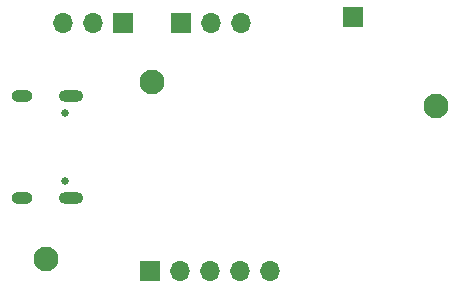
<source format=gbs>
G04 #@! TF.GenerationSoftware,KiCad,Pcbnew,8.0.3-8.0.3-0~ubuntu22.04.1*
G04 #@! TF.CreationDate,2025-02-10T22:12:33+01:00*
G04 #@! TF.ProjectId,garland_controller,6761726c-616e-4645-9f63-6f6e74726f6c,0.1*
G04 #@! TF.SameCoordinates,Original*
G04 #@! TF.FileFunction,Soldermask,Bot*
G04 #@! TF.FilePolarity,Negative*
%FSLAX46Y46*%
G04 Gerber Fmt 4.6, Leading zero omitted, Abs format (unit mm)*
G04 Created by KiCad (PCBNEW 8.0.3-8.0.3-0~ubuntu22.04.1) date 2025-02-10 22:12:33*
%MOMM*%
%LPD*%
G01*
G04 APERTURE LIST*
%ADD10R,1.700000X1.700000*%
%ADD11O,1.700000X1.700000*%
%ADD12C,2.100000*%
%ADD13C,0.650000*%
%ADD14O,2.100000X1.000000*%
%ADD15O,1.800000X1.000000*%
G04 APERTURE END LIST*
D10*
X110540000Y-57000000D03*
D11*
X108000000Y-57000000D03*
X105460000Y-57000000D03*
D10*
X112840000Y-78000000D03*
D11*
X115380000Y-78000000D03*
X117920000Y-78000000D03*
X120460000Y-78000000D03*
X123000000Y-78000000D03*
D10*
X115460000Y-57000000D03*
D11*
X118000000Y-57000000D03*
X120540000Y-57000000D03*
D12*
X113000000Y-62000000D03*
D13*
X105605000Y-64610000D03*
X105605000Y-70390000D03*
D14*
X106105000Y-63180000D03*
D15*
X101925000Y-63180000D03*
D14*
X106105000Y-71820000D03*
D15*
X101925000Y-71820000D03*
D12*
X137000000Y-64000000D03*
D10*
X130000000Y-56500000D03*
D12*
X104000000Y-77000000D03*
M02*

</source>
